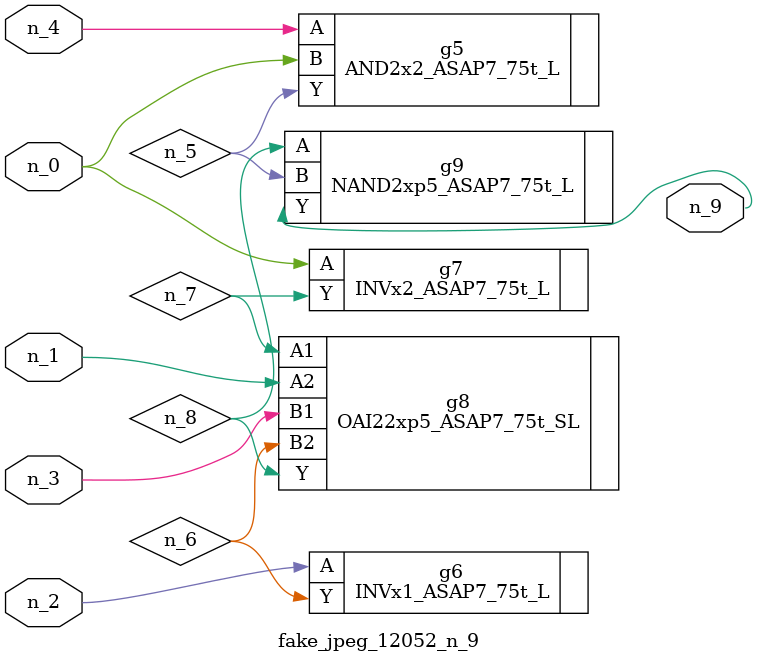
<source format=v>
module fake_jpeg_12052_n_9 (n_3, n_2, n_1, n_0, n_4, n_9);

input n_3;
input n_2;
input n_1;
input n_0;
input n_4;

output n_9;

wire n_8;
wire n_6;
wire n_5;
wire n_7;

AND2x2_ASAP7_75t_L g5 ( 
.A(n_4),
.B(n_0),
.Y(n_5)
);

INVx1_ASAP7_75t_L g6 ( 
.A(n_2),
.Y(n_6)
);

INVx2_ASAP7_75t_L g7 ( 
.A(n_0),
.Y(n_7)
);

OAI22xp5_ASAP7_75t_SL g8 ( 
.A1(n_7),
.A2(n_1),
.B1(n_3),
.B2(n_6),
.Y(n_8)
);

NAND2xp5_ASAP7_75t_L g9 ( 
.A(n_8),
.B(n_5),
.Y(n_9)
);


endmodule
</source>
